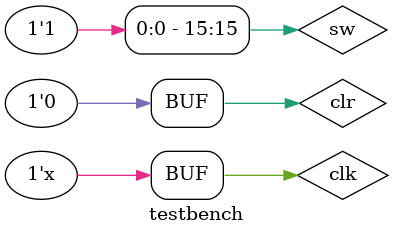
<source format=v>
`timescale 1ns / 1ns


//    step1 RAHHHH(
//        .sw(sw),
//        .clr(clr),
//        .clk(clk),
//        .JA(ja),
//        .JB(jb)
//    );
    
//    always #5 clk = ~clk;
    
//    initial begin
//        clr = 1'b1;
//        #10
//        clr = 1'b0;
        
//        // Testing just one fingy
//        // Should see 0xE for 5 ms and then 0xF for 15 ms
//        sw = 16'h0001;
//        #20000000 // wait 20 ms
//        sw = 16'h0002;
        
        
//    end

//endmodule


module testbench;

    reg clk = 0;
    reg [15:0] sw;
    reg sw;
    wire [3:0] JB, JC;

    animations animate(
        .clk(clk),
        .sw(sw), 
        .JB(JB),
        .JC(JC)
    );
    
    always #5 clk = ~clk;
    
    initial begin
        clr = 1;
        #20
        clr = 0;
        sw[15] = 1; 
    end

endmodule

</source>
